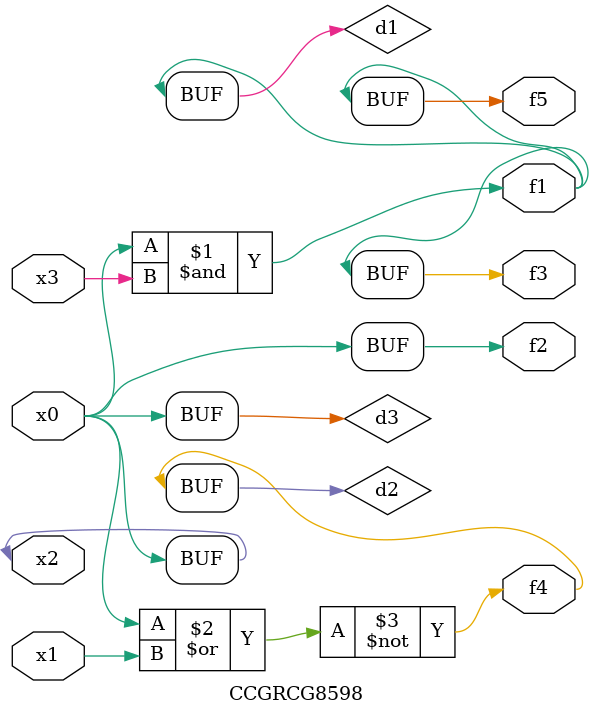
<source format=v>
module CCGRCG8598(
	input x0, x1, x2, x3,
	output f1, f2, f3, f4, f5
);

	wire d1, d2, d3;

	and (d1, x2, x3);
	nor (d2, x0, x1);
	buf (d3, x0, x2);
	assign f1 = d1;
	assign f2 = d3;
	assign f3 = d1;
	assign f4 = d2;
	assign f5 = d1;
endmodule

</source>
